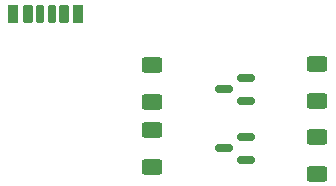
<source format=gbr>
%TF.GenerationSoftware,KiCad,Pcbnew,(6.0.0)*%
%TF.CreationDate,2022-09-27T13:06:44+08:00*%
%TF.ProjectId,rpiconnector,72706963-6f6e-46e6-9563-746f722e6b69,rev?*%
%TF.SameCoordinates,Original*%
%TF.FileFunction,Paste,Top*%
%TF.FilePolarity,Positive*%
%FSLAX46Y46*%
G04 Gerber Fmt 4.6, Leading zero omitted, Abs format (unit mm)*
G04 Created by KiCad (PCBNEW (6.0.0)) date 2022-09-27 13:06:44*
%MOMM*%
%LPD*%
G01*
G04 APERTURE LIST*
G04 Aperture macros list*
%AMRoundRect*
0 Rectangle with rounded corners*
0 $1 Rounding radius*
0 $2 $3 $4 $5 $6 $7 $8 $9 X,Y pos of 4 corners*
0 Add a 4 corners polygon primitive as box body*
4,1,4,$2,$3,$4,$5,$6,$7,$8,$9,$2,$3,0*
0 Add four circle primitives for the rounded corners*
1,1,$1+$1,$2,$3*
1,1,$1+$1,$4,$5*
1,1,$1+$1,$6,$7*
1,1,$1+$1,$8,$9*
0 Add four rect primitives between the rounded corners*
20,1,$1+$1,$2,$3,$4,$5,0*
20,1,$1+$1,$4,$5,$6,$7,0*
20,1,$1+$1,$6,$7,$8,$9,0*
20,1,$1+$1,$8,$9,$2,$3,0*%
G04 Aperture macros list end*
%ADD10RoundRect,0.150000X0.587500X0.150000X-0.587500X0.150000X-0.587500X-0.150000X0.587500X-0.150000X0*%
%ADD11RoundRect,0.225000X0.225000X0.575000X-0.225000X0.575000X-0.225000X-0.575000X0.225000X-0.575000X0*%
%ADD12RoundRect,0.200000X0.200000X0.600000X-0.200000X0.600000X-0.200000X-0.600000X0.200000X-0.600000X0*%
%ADD13RoundRect,0.175000X0.175000X0.625000X-0.175000X0.625000X-0.175000X-0.625000X0.175000X-0.625000X0*%
%ADD14RoundRect,0.250000X-0.625000X0.400000X-0.625000X-0.400000X0.625000X-0.400000X0.625000X0.400000X0*%
%ADD15RoundRect,0.250000X0.625000X-0.400000X0.625000X0.400000X-0.625000X0.400000X-0.625000X-0.400000X0*%
G04 APERTURE END LIST*
D10*
%TO.C,Q1*%
X153937500Y-65450000D03*
X153937500Y-63550000D03*
X152062500Y-64500000D03*
%TD*%
D11*
%TO.C,U1*%
X139750000Y-58122136D03*
D12*
X138520000Y-58120000D03*
D13*
X137500000Y-58120000D03*
X136500000Y-58120000D03*
D12*
X135480000Y-58120000D03*
D11*
X134250000Y-58120000D03*
%TD*%
D14*
%TO.C,R4*%
X146000000Y-67950000D03*
X146000000Y-71050000D03*
%TD*%
D10*
%TO.C,Q2*%
X153937500Y-70450000D03*
X153937500Y-68550000D03*
X152062500Y-69500000D03*
%TD*%
D15*
%TO.C,R3*%
X146000000Y-65550000D03*
X146000000Y-62450000D03*
%TD*%
%TO.C,R2*%
X160000000Y-71650000D03*
X160000000Y-68550000D03*
%TD*%
%TO.C,R1*%
X160000000Y-65450000D03*
X160000000Y-62350000D03*
%TD*%
M02*

</source>
